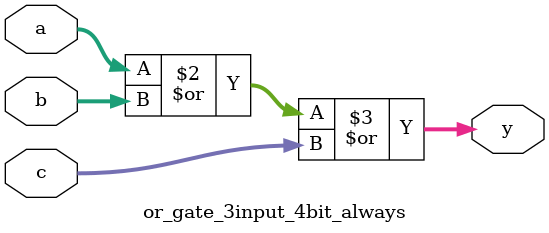
<source format=sv>
module or_gate_3input_4bit_always (
    input wire [3:0] a,
    input wire [3:0] b,
    input wire [3:0] c,
    output reg [3:0] y
);
    always @(*) begin
        y = a | b | c;
    end
endmodule
</source>
